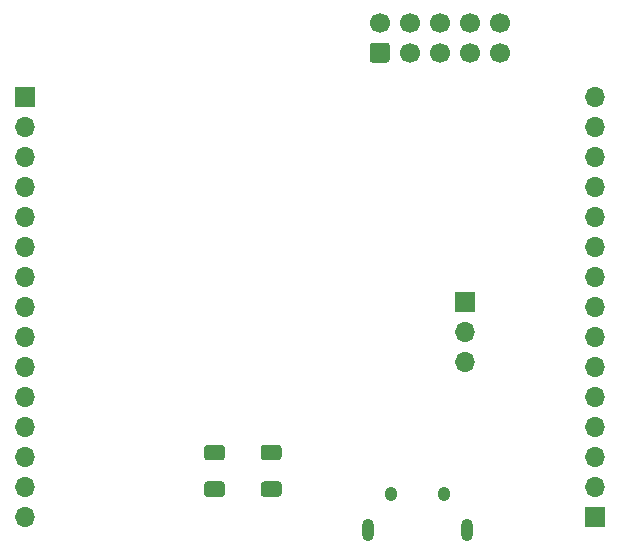
<source format=gbs>
G04 #@! TF.GenerationSoftware,KiCad,Pcbnew,(5.1.10)-1*
G04 #@! TF.CreationDate,2021-12-04T16:44:40+01:00*
G04 #@! TF.ProjectId,nRF52832_development_board_schematic,6e524635-3238-4333-925f-646576656c6f,1*
G04 #@! TF.SameCoordinates,Original*
G04 #@! TF.FileFunction,Soldermask,Bot*
G04 #@! TF.FilePolarity,Negative*
%FSLAX46Y46*%
G04 Gerber Fmt 4.6, Leading zero omitted, Abs format (unit mm)*
G04 Created by KiCad (PCBNEW (5.1.10)-1) date 2021-12-04 16:44:40*
%MOMM*%
%LPD*%
G01*
G04 APERTURE LIST*
%ADD10O,1.700000X1.700000*%
%ADD11R,1.700000X1.700000*%
%ADD12C,1.700000*%
%ADD13O,1.000000X1.900000*%
%ADD14O,1.050000X1.250000*%
G04 APERTURE END LIST*
G36*
G01*
X48175000Y-103700000D02*
X49425000Y-103700000D01*
G75*
G02*
X49675000Y-103950000I0J-250000D01*
G01*
X49675000Y-104750000D01*
G75*
G02*
X49425000Y-105000000I-250000J0D01*
G01*
X48175000Y-105000000D01*
G75*
G02*
X47925000Y-104750000I0J250000D01*
G01*
X47925000Y-103950000D01*
G75*
G02*
X48175000Y-103700000I250000J0D01*
G01*
G37*
G36*
G01*
X48175000Y-100600000D02*
X49425000Y-100600000D01*
G75*
G02*
X49675000Y-100850000I0J-250000D01*
G01*
X49675000Y-101650000D01*
G75*
G02*
X49425000Y-101900000I-250000J0D01*
G01*
X48175000Y-101900000D01*
G75*
G02*
X47925000Y-101650000I0J250000D01*
G01*
X47925000Y-100850000D01*
G75*
G02*
X48175000Y-100600000I250000J0D01*
G01*
G37*
G36*
G01*
X43375000Y-103700000D02*
X44625000Y-103700000D01*
G75*
G02*
X44875000Y-103950000I0J-250000D01*
G01*
X44875000Y-104750000D01*
G75*
G02*
X44625000Y-105000000I-250000J0D01*
G01*
X43375000Y-105000000D01*
G75*
G02*
X43125000Y-104750000I0J250000D01*
G01*
X43125000Y-103950000D01*
G75*
G02*
X43375000Y-103700000I250000J0D01*
G01*
G37*
G36*
G01*
X43375000Y-100600000D02*
X44625000Y-100600000D01*
G75*
G02*
X44875000Y-100850000I0J-250000D01*
G01*
X44875000Y-101650000D01*
G75*
G02*
X44625000Y-101900000I-250000J0D01*
G01*
X43375000Y-101900000D01*
G75*
G02*
X43125000Y-101650000I0J250000D01*
G01*
X43125000Y-100850000D01*
G75*
G02*
X43375000Y-100600000I250000J0D01*
G01*
G37*
D10*
X27940000Y-106680000D03*
X27940000Y-104140000D03*
X27940000Y-101600000D03*
X27940000Y-99060000D03*
X27940000Y-96520000D03*
X27940000Y-93980000D03*
X27940000Y-91440000D03*
X27940000Y-88900000D03*
X27940000Y-86360000D03*
X27940000Y-83820000D03*
X27940000Y-81280000D03*
X27940000Y-78740000D03*
X27940000Y-76200000D03*
X27940000Y-73660000D03*
D11*
X27940000Y-71120000D03*
D10*
X76200000Y-71120000D03*
X76200000Y-73660000D03*
X76200000Y-76200000D03*
X76200000Y-78740000D03*
X76200000Y-81280000D03*
X76200000Y-83820000D03*
X76200000Y-86360000D03*
X76200000Y-88900000D03*
X76200000Y-91440000D03*
X76200000Y-93980000D03*
X76200000Y-96520000D03*
X76200000Y-99060000D03*
X76200000Y-101600000D03*
X76200000Y-104140000D03*
D11*
X76200000Y-106680000D03*
D12*
X68140000Y-64860000D03*
X65600000Y-64860000D03*
X63060000Y-64860000D03*
X60520000Y-64860000D03*
X57980000Y-64860000D03*
X68140000Y-67400000D03*
X65600000Y-67400000D03*
X63060000Y-67400000D03*
X60520000Y-67400000D03*
G36*
G01*
X58580000Y-68250000D02*
X57380000Y-68250000D01*
G75*
G02*
X57130000Y-68000000I0J250000D01*
G01*
X57130000Y-66800000D01*
G75*
G02*
X57380000Y-66550000I250000J0D01*
G01*
X58580000Y-66550000D01*
G75*
G02*
X58830000Y-66800000I0J-250000D01*
G01*
X58830000Y-68000000D01*
G75*
G02*
X58580000Y-68250000I-250000J0D01*
G01*
G37*
D10*
X65180000Y-93580000D03*
X65180000Y-91040000D03*
D11*
X65180000Y-88500000D03*
D13*
X65375000Y-107770000D03*
X57025000Y-107770000D03*
D14*
X63425000Y-104770000D03*
X58975000Y-104770000D03*
M02*

</source>
